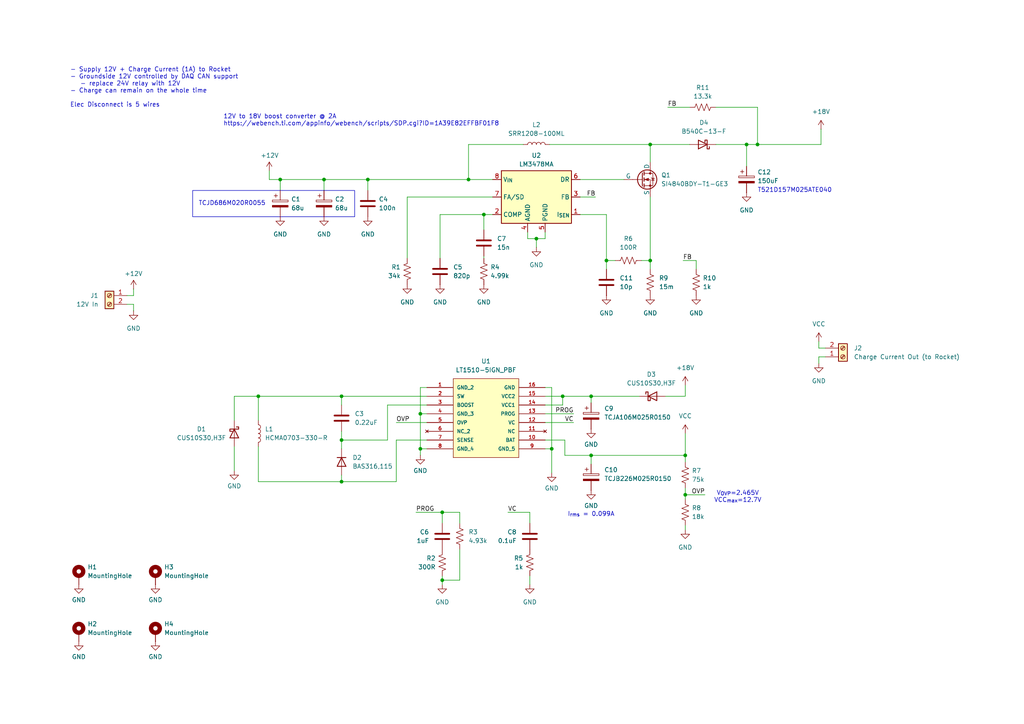
<source format=kicad_sch>
(kicad_sch (version 20231120) (generator "eeschema") (generator_version "8.0")
  (paper "A4")
  (lib_symbols
    (symbol "Connector:Screw_Terminal_01x02" (pin_names (offset 1.016) hide)
      (property "Reference" "J" (at 0 2.54 0))
      (property "Value" "Screw_Terminal_01x02" (at 0 -5.08 0))
      (symbol "Screw_Terminal_01x02_1_1"
        (rectangle (start -1.27 1.27) (end 1.27 -3.81) (stroke (width 0.254)) (fill (type background)))
        (circle (center 0 -2.54) (radius 0.635) (stroke (width 0.1524)))
        (polyline (pts (xy -0.5334 -2.2098) (xy 0.3302 -3.048)) (stroke (width 0.1524)))
        (polyline (pts (xy -0.5334 0.3302) (xy 0.3302 -0.508)) (stroke (width 0.1524)))
        (polyline (pts (xy -0.3556 -2.032) (xy 0.508 -2.8702)) (stroke (width 0.1524)))
        (polyline (pts (xy -0.3556 0.508) (xy 0.508 -0.3302)) (stroke (width 0.1524)))
        (circle (center 0 0) (radius 0.635) (stroke (width 0.1524)))
        (pin passive line (at -5.08 0 0) (length 3.81) (name "Pin_1") (number "1"))
        (pin passive line (at -5.08 -2.54 0) (length 3.81) (name "Pin_2") (number "2"))
      )
    )
    (symbol "Device:C" (pin_numbers hide) (pin_names (offset 0.254))
      (property "Reference" "C" (at 0.635 2.54 0))
      (property "Value" "C" (at 0.635 -2.54 0))
      (symbol "C_0_1"
        (polyline (pts (xy -2.032 -0.762) (xy 2.032 -0.762)) (stroke (width 0.508)))
        (polyline (pts (xy -2.032 0.762) (xy 2.032 0.762)) (stroke (width 0.508)))
      )
      (symbol "C_1_1"
        (pin passive line (at 0 3.81 270) (length 2.794) (name "~") (number "1"))
        (pin passive line (at 0 -3.81 90) (length 2.794) (name "~") (number "2"))
      )
    )
    (symbol "Device:C_Polarized" (pin_numbers hide) (pin_names (offset 0.254))
      (property "Reference" "C" (at 0.635 2.54 0))
      (property "Value" "C_Polarized" (at 0.635 -2.54 0))
      (symbol "C_Polarized_0_1"
        (rectangle (start -2.286 0.508) (end 2.286 1.016))
        (polyline (pts (xy -1.778 2.286) (xy -0.762 2.286)))
        (polyline (pts (xy -1.27 2.794) (xy -1.27 1.778)))
        (rectangle (start 2.286 -0.508) (end -2.286 -1.016) (fill (type outline)))
      )
      (symbol "C_Polarized_1_1"
        (pin passive line (at 0 3.81 270) (length 2.794) (name "~") (number "1"))
        (pin passive line (at 0 -3.81 90) (length 2.794) (name "~") (number "2"))
      )
    )
    (symbol "Device:D" (pin_numbers hide) (pin_names (offset 1.016) hide)
      (property "Reference" "D" (at 0 2.54 0))
      (property "Value" "D" (at 0 -2.54 0))
      (symbol "D_0_1"
        (polyline (pts (xy -1.27 1.27) (xy -1.27 -1.27)) (stroke (width 0.254)))
        (polyline (pts (xy 1.27 0) (xy -1.27 0)))
        (polyline (pts (xy 1.27 1.27) (xy 1.27 -1.27) (xy -1.27 0) (xy 1.27 1.27)) (stroke (width 0.254)))
      )
      (symbol "D_1_1"
        (pin passive line (at -3.81 0 0) (length 2.54) (name "K") (number "1"))
        (pin passive line (at 3.81 0 180) (length 2.54) (name "A") (number "2"))
      )
    )
    (symbol "Device:D_Schottky" (pin_numbers hide) (pin_names (offset 1.016) hide)
      (property "Reference" "D" (at 0 2.54 0))
      (property "Value" "D_Schottky" (at 0 -2.54 0))
      (symbol "D_Schottky_0_1"
        (polyline (pts (xy 1.27 0) (xy -1.27 0)))
        (polyline (pts (xy 1.27 1.27) (xy 1.27 -1.27) (xy -1.27 0) (xy 1.27 1.27)) (stroke (width 0.254)))
        (polyline (pts (xy -1.905 0.635) (xy -1.905 1.27) (xy -1.27 1.27) (xy -1.27 -1.27) (xy -0.635 -1.27) (xy -0.635 -0.635)) (stroke (width 0.254)))
      )
      (symbol "D_Schottky_1_1"
        (pin passive line (at -3.81 0 0) (length 2.54) (name "K") (number "1"))
        (pin passive line (at 3.81 0 180) (length 2.54) (name "A") (number "2"))
      )
    )
    (symbol "Device:L" (pin_numbers hide) (pin_names (offset 1.016) hide)
      (property "Reference" "L" (at -1.27 0 90))
      (property "Value" "L" (at 1.905 0 90))
      (symbol "L_0_1"
        (arc (start 0 -2.54) (mid 0.6323 -1.905) (end 0 -1.27))
        (arc (start 0 -1.27) (mid 0.6323 -0.635) (end 0 0))
        (arc (start 0 0) (mid 0.6323 0.635) (end 0 1.27))
        (arc (start 0 1.27) (mid 0.6323 1.905) (end 0 2.54))
      )
      (symbol "L_1_1"
        (pin passive line (at 0 3.81 270) (length 1.27) (name "1") (number "1"))
        (pin passive line (at 0 -3.81 90) (length 1.27) (name "2") (number "2"))
      )
    )
    (symbol "Device:R_US" (pin_numbers hide) (pin_names (offset 0))
      (property "Reference" "R" (at 2.54 0 90))
      (property "Value" "R_US" (at -2.54 0 90))
      (symbol "R_US_0_1"
        (polyline (pts (xy 0 -2.286) (xy 0 -2.54)))
        (polyline (pts (xy 0 2.286) (xy 0 2.54)))
        (polyline (pts (xy 0 -0.762) (xy 1.016 -1.143) (xy 0 -1.524) (xy -1.016 -1.905) (xy 0 -2.286)))
        (polyline (pts (xy 0 0.762) (xy 1.016 0.381) (xy 0 0) (xy -1.016 -0.381) (xy 0 -0.762)))
        (polyline (pts (xy 0 2.286) (xy 1.016 1.905) (xy 0 1.524) (xy -1.016 1.143) (xy 0 0.762)))
      )
      (symbol "R_US_1_1"
        (pin passive line (at 0 3.81 270) (length 1.27) (name "~") (number "1"))
        (pin passive line (at 0 -3.81 90) (length 1.27) (name "~") (number "2"))
      )
    )
    (symbol "Mechanical:MountingHole_Pad" (pin_numbers hide) (pin_names (offset 1.016) hide) (exclude_from_sim yes) (in_bom no)
      (property "Reference" "H" (at 0 6.35 0))
      (property "Value" "MountingHole_Pad" (at 0 4.445 0))
      (symbol "MountingHole_Pad_0_1"
        (circle (center 0 1.27) (radius 1.27) (stroke (width 1.27)))
      )
      (symbol "MountingHole_Pad_1_1"
        (pin input line (at 0 -2.54 90) (length 2.54) (name "1") (number "1"))
      )
    )
    (symbol "Regulator_Controller:LM3478MA"
      (property "Reference" "U" (at -9.525 8.89 0))
      (property "Value" "LM3478MA" (at 5.08 8.89 0))
      (symbol "LM3478MA_0_1"
        (rectangle (start -10.16 7.62) (end 10.16 -7.62) (stroke (width 0.254)) (fill (type background)))
      )
      (symbol "LM3478MA_1_1"
        (pin input line (at 12.7 -5.08 180) (length 2.54) (name "I_{SEN}") (number "1"))
        (pin input line (at -12.7 -5.08 0) (length 2.54) (name "COMP") (number "2"))
        (pin input line (at 12.7 0 180) (length 2.54) (name "FB") (number "3"))
        (pin power_in line (at -2.54 -10.16 90) (length 2.54) (name "AGND") (number "4"))
        (pin power_in line (at 2.54 -10.16 90) (length 2.54) (name "PGND") (number "5"))
        (pin output line (at 12.7 5.08 180) (length 2.54) (name "DR") (number "6"))
        (pin input line (at -12.7 0 0) (length 2.54) (name "FA/SD") (number "7"))
        (pin power_in line (at -12.7 5.08 0) (length 2.54) (name "V_{IN}") (number "8"))
      )
    )
    (symbol "Simulation_SPICE:NMOS" (pin_numbers hide) (pin_names (offset 0))
      (property "Reference" "Q" (at 5.08 1.27 0))
      (property "Value" "NMOS" (at 5.08 -1.27 0))
      (symbol "NMOS_0_1"
        (polyline (pts (xy 0.254 0) (xy -2.54 0)))
        (polyline (pts (xy 0.254 1.905) (xy 0.254 -1.905)) (stroke (width 0.254)))
        (polyline (pts (xy 0.762 -1.27) (xy 0.762 -2.286)) (stroke (width 0.254)))
        (polyline (pts (xy 0.762 0.508) (xy 0.762 -0.508)) (stroke (width 0.254)))
        (polyline (pts (xy 0.762 2.286) (xy 0.762 1.27)) (stroke (width 0.254)))
        (polyline (pts (xy 2.54 2.54) (xy 2.54 1.778)))
        (polyline (pts (xy 2.54 -2.54) (xy 2.54 0) (xy 0.762 0)))
        (polyline (pts (xy 0.762 -1.778) (xy 3.302 -1.778) (xy 3.302 1.778) (xy 0.762 1.778)))
        (polyline (pts (xy 1.016 0) (xy 2.032 0.381) (xy 2.032 -0.381) (xy 1.016 0)) (fill (type outline)))
        (polyline (pts (xy 2.794 0.508) (xy 2.921 0.381) (xy 3.683 0.381) (xy 3.81 0.254)))
        (polyline (pts (xy 3.302 0.381) (xy 2.921 -0.254) (xy 3.683 -0.254) (xy 3.302 0.381)))
        (circle (center 1.651 0) (radius 2.794) (stroke (width 0.254)))
        (circle (center 2.54 -1.778) (radius 0.254) (fill (type outline)))
        (circle (center 2.54 1.778) (radius 0.254) (fill (type outline)))
      )
      (symbol "NMOS_1_1"
        (pin passive line (at 2.54 5.08 270) (length 2.54) (name "D") (number "1"))
        (pin input line (at -5.08 0 0) (length 2.54) (name "G") (number "2"))
        (pin passive line (at 2.54 -5.08 90) (length 2.54) (name "S") (number "3"))
      )
    )
    (symbol "groundside-charging:LT1510-5IGN_PBF" (pin_names (offset 1.016))
      (property "Reference" "U" (at -1.524 10.16 0))
      (property "Value" "LT1510-5IGN_PBF" (at -8.89 7.62 0))
      (symbol "LT1510-5IGN_PBF_0_0"
        (rectangle (start -10.16 3.81) (end 8.89 -19.05) (stroke (width 0.1524)) (fill (type background)))
        (pin power_in line (at -17.78 1.27 0) (length 7.62) (name "GND_2") (number "1"))
        (pin input line (at 16.51 -13.97 180) (length 7.62) (name "BAT") (number "10"))
        (pin no_connect line (at 16.51 -11.43 180) (length 7.62) (name "NC") (number "11"))
        (pin passive line (at 16.51 -8.89 180) (length 7.62) (name "VC") (number "12"))
        (pin passive line (at 16.51 -6.35 180) (length 7.62) (name "PROG") (number "13"))
        (pin power_in line (at 16.51 -3.81 180) (length 7.62) (name "VCC1") (number "14"))
        (pin power_in line (at 16.51 -1.27 180) (length 7.62) (name "VCC2") (number "15"))
        (pin power_in line (at 16.51 1.27 180) (length 7.62) (name "GND") (number "16"))
        (pin output line (at -17.78 -1.27 0) (length 7.62) (name "SW") (number "2"))
        (pin passive line (at -17.78 -3.81 0) (length 7.62) (name "BOOST") (number "3"))
        (pin power_in line (at -17.78 -6.35 0) (length 7.62) (name "GND_3") (number "4"))
        (pin input line (at -17.78 -8.89 0) (length 7.62) (name "OVP") (number "5"))
        (pin no_connect line (at -17.78 -11.43 0) (length 7.62) (name "NC_2") (number "6"))
        (pin input line (at -17.78 -13.97 0) (length 7.62) (name "SENSE") (number "7"))
        (pin power_in line (at -17.78 -16.51 0) (length 7.62) (name "GND_4") (number "8"))
        (pin power_in line (at 16.51 -16.51 180) (length 7.62) (name "GND_5") (number "9"))
      )
    )
    (symbol "power:+12V" (power) (pin_numbers hide) (pin_names (offset 0) hide)
      (property "Value" "+12V" (at 0 3.556 0))
      (symbol "+12V_0_1"
        (polyline (pts (xy -0.762 1.27) (xy 0 2.54)))
        (polyline (pts (xy 0 0) (xy 0 2.54)))
        (polyline (pts (xy 0 2.54) (xy 0.762 1.27)))
      )
      (symbol "+12V_1_1"
        (pin power_in line (at 0 0 90) (length 0) (name "~") (number "1"))
      )
    )
    (symbol "power:+15V" (power) (pin_numbers hide) (pin_names (offset 0) hide)
      (property "Value" "+15V" (at 0 3.556 0))
      (symbol "+15V_0_1"
        (polyline (pts (xy -0.762 1.27) (xy 0 2.54)))
        (polyline (pts (xy 0 0) (xy 0 2.54)))
        (polyline (pts (xy 0 2.54) (xy 0.762 1.27)))
      )
      (symbol "+15V_1_1"
        (pin power_in line (at 0 0 90) (length 0) (name "~") (number "1"))
      )
    )
    (symbol "power:GND" (power) (pin_numbers hide) (pin_names (offset 0) hide)
      (property "Value" "GND" (at 0 -3.81 0))
      (symbol "GND_0_1"
        (polyline (pts (xy 0 0) (xy 0 -1.27) (xy 1.27 -1.27) (xy 0 -2.54) (xy -1.27 -1.27) (xy 0 -1.27)))
      )
      (symbol "GND_1_1"
        (pin power_in line (at 0 0 270) (length 0) (name "~") (number "1"))
      )
    )
    (symbol "power:VCC" (power) (pin_numbers hide) (pin_names (offset 0) hide)
      (property "Value" "VCC" (at 0 3.556 0))
      (symbol "VCC_0_1"
        (polyline (pts (xy -0.762 1.27) (xy 0 2.54)))
        (polyline (pts (xy 0 0) (xy 0 2.54)))
        (polyline (pts (xy 0 2.54) (xy 0.762 1.27)))
      )
      (symbol "VCC_1_1"
        (pin power_in line (at 0 0 90) (length 0) (name "~") (number "1"))
      )
    )
  )
  (junction (at 99.06 127.635))
  (junction (at 99.06 139.7))
  (junction (at 188.595 75.565))
  (junction (at 198.755 143.51))
  (junction (at 99.06 114.935))
  (junction (at 128.27 148.59))
  (junction (at 163.195 114.935))
  (junction (at 171.45 114.935))
  (junction (at 128.27 168.275))
  (junction (at 155.575 69.215))
  (junction (at 81.28 52.07))
  (junction (at 188.595 41.91))
  (junction (at 121.92 130.175))
  (junction (at 216.535 41.91))
  (junction (at 171.45 132.08))
  (junction (at 140.335 62.23))
  (junction (at 121.92 120.015))
  (junction (at 74.93 114.935))
  (junction (at 106.68 52.07))
  (junction (at 198.755 132.08))
  (junction (at 175.895 75.565))
  (junction (at 160.02 130.175))
  (junction (at 219.71 41.91))
  (junction (at 135.89 52.07))
  (junction (at 93.98 52.07))
  (wire (pts (xy 163.195 114.935) (xy 171.45 114.935)))
  (wire (pts (xy 121.92 112.395) (xy 121.92 120.015)))
  (wire (pts (xy 74.93 114.935) (xy 67.945 114.935)))
  (wire (pts (xy 158.115 120.015) (xy 166.37 120.015)))
  (wire (pts (xy 99.06 139.7) (xy 114.935 139.7)))
  (wire (pts (xy 163.83 127.635) (xy 158.115 127.635)))
  (wire (pts (xy 237.49 103.505) (xy 237.49 105.41)))
  (wire (pts (xy 158.115 122.555) (xy 166.37 122.555)))
  (wire (pts (xy 219.71 31.115) (xy 219.71 41.91)))
  (wire (pts (xy 188.595 57.15) (xy 188.595 75.565)))
  (wire (pts (xy 99.06 114.935) (xy 123.825 114.935)))
  (wire (pts (xy 175.895 75.565) (xy 175.895 78.105)))
  (wire (pts (xy 188.595 41.91) (xy 188.595 46.99)))
  (wire (pts (xy 114.935 122.555) (xy 123.825 122.555)))
  (wire (pts (xy 171.45 132.08) (xy 171.45 134.62)))
  (wire (pts (xy 147.32 148.59) (xy 153.67 148.59)))
  (wire (pts (xy 158.115 69.215) (xy 155.575 69.215)))
  (wire (pts (xy 142.875 57.15) (xy 118.11 57.15)))
  (wire (pts (xy 198.755 132.08) (xy 198.755 133.985)))
  (wire (pts (xy 127.635 62.23) (xy 140.335 62.23)))
  (wire (pts (xy 67.945 129.54) (xy 67.945 136.525)))
  (wire (pts (xy 168.275 52.07) (xy 180.975 52.07)))
  (wire (pts (xy 112.395 127.635) (xy 112.395 117.475)))
  (wire (pts (xy 128.27 148.59) (xy 128.27 151.765)))
  (wire (pts (xy 201.93 78.105) (xy 201.93 75.565)))
  (wire (pts (xy 163.83 127.635) (xy 163.83 132.08)))
  (wire (pts (xy 99.06 114.935) (xy 99.06 117.475)))
  (wire (pts (xy 163.195 114.935) (xy 163.195 117.475)))
  (wire (pts (xy 74.93 129.54) (xy 74.93 139.7)))
  (wire (pts (xy 123.825 112.395) (xy 121.92 112.395)))
  (wire (pts (xy 127.635 74.93) (xy 127.635 62.23)))
  (wire (pts (xy 207.645 31.115) (xy 219.71 31.115)))
  (wire (pts (xy 99.06 137.795) (xy 99.06 139.7)))
  (wire (pts (xy 237.49 99.06) (xy 237.49 100.965)))
  (wire (pts (xy 133.35 148.59) (xy 133.35 151.765)))
  (wire (pts (xy 81.28 52.07) (xy 81.28 55.245)))
  (wire (pts (xy 188.595 75.565) (xy 188.595 78.105)))
  (wire (pts (xy 198.755 143.51) (xy 204.47 143.51)))
  (wire (pts (xy 238.125 37.465) (xy 238.125 41.91)))
  (wire (pts (xy 121.92 120.015) (xy 123.825 120.015)))
  (wire (pts (xy 158.115 112.395) (xy 160.02 112.395)))
  (wire (pts (xy 140.335 62.23) (xy 140.335 66.675)))
  (wire (pts (xy 198.755 111.76) (xy 198.755 114.935)))
  (wire (pts (xy 118.11 57.15) (xy 118.11 74.93)))
  (wire (pts (xy 36.83 85.725) (xy 38.735 85.725)))
  (wire (pts (xy 78.105 49.53) (xy 78.105 52.07)))
  (wire (pts (xy 160.02 130.175) (xy 160.02 137.16)))
  (wire (pts (xy 114.935 127.635) (xy 123.825 127.635)))
  (wire (pts (xy 153.67 148.59) (xy 153.67 151.765)))
  (wire (pts (xy 198.755 143.51) (xy 198.755 144.78)))
  (wire (pts (xy 120.65 148.59) (xy 128.27 148.59)))
  (wire (pts (xy 128.27 168.275) (xy 128.27 169.545)))
  (wire (pts (xy 219.71 41.91) (xy 238.125 41.91)))
  (wire (pts (xy 112.395 117.475) (xy 123.825 117.475)))
  (wire (pts (xy 121.92 120.015) (xy 121.92 130.175)))
  (wire (pts (xy 158.115 114.935) (xy 163.195 114.935)))
  (wire (pts (xy 198.12 75.565) (xy 201.93 75.565)))
  (wire (pts (xy 135.89 52.07) (xy 142.875 52.07)))
  (wire (pts (xy 153.035 67.31) (xy 153.035 69.215)))
  (wire (pts (xy 114.935 127.635) (xy 114.935 139.7)))
  (wire (pts (xy 128.27 167.005) (xy 128.27 168.275)))
  (wire (pts (xy 193.04 114.935) (xy 198.755 114.935)))
  (wire (pts (xy 99.06 125.095) (xy 99.06 127.635)))
  (wire (pts (xy 78.105 52.07) (xy 81.28 52.07)))
  (wire (pts (xy 160.02 112.395) (xy 160.02 130.175)))
  (wire (pts (xy 135.89 41.91) (xy 135.89 52.07)))
  (wire (pts (xy 38.735 83.82) (xy 38.735 85.725)))
  (wire (pts (xy 198.755 141.605) (xy 198.755 143.51)))
  (wire (pts (xy 239.395 103.505) (xy 237.49 103.505)))
  (wire (pts (xy 93.98 52.07) (xy 93.98 55.245)))
  (wire (pts (xy 207.645 41.91) (xy 216.535 41.91)))
  (wire (pts (xy 175.895 62.23) (xy 175.895 75.565)))
  (wire (pts (xy 198.755 125.73) (xy 198.755 132.08)))
  (wire (pts (xy 106.68 52.07) (xy 106.68 55.245)))
  (wire (pts (xy 178.435 75.565) (xy 175.895 75.565)))
  (wire (pts (xy 171.45 114.935) (xy 185.42 114.935)))
  (wire (pts (xy 188.595 75.565) (xy 186.055 75.565)))
  (wire (pts (xy 158.115 67.31) (xy 158.115 69.215)))
  (wire (pts (xy 93.98 52.07) (xy 106.68 52.07)))
  (wire (pts (xy 153.035 69.215) (xy 155.575 69.215)))
  (wire (pts (xy 216.535 41.91) (xy 216.535 48.26)))
  (wire (pts (xy 158.115 130.175) (xy 160.02 130.175)))
  (wire (pts (xy 93.98 52.07) (xy 81.28 52.07)))
  (wire (pts (xy 74.93 114.935) (xy 74.93 121.92)))
  (wire (pts (xy 198.755 152.4) (xy 198.755 153.67)))
  (wire (pts (xy 171.45 114.935) (xy 171.45 116.84)))
  (wire (pts (xy 123.825 130.175) (xy 121.92 130.175)))
  (wire (pts (xy 237.49 100.965) (xy 239.395 100.965)))
  (wire (pts (xy 140.335 74.295) (xy 140.335 74.93)))
  (wire (pts (xy 163.83 132.08) (xy 171.45 132.08)))
  (wire (pts (xy 193.675 31.115) (xy 200.025 31.115)))
  (wire (pts (xy 67.945 114.935) (xy 67.945 121.92)))
  (wire (pts (xy 219.71 41.91) (xy 216.535 41.91)))
  (wire (pts (xy 74.93 139.7) (xy 99.06 139.7)))
  (wire (pts (xy 99.06 127.635) (xy 99.06 130.175)))
  (wire (pts (xy 168.275 62.23) (xy 175.895 62.23)))
  (wire (pts (xy 106.68 52.07) (xy 135.89 52.07)))
  (wire (pts (xy 163.195 117.475) (xy 158.115 117.475)))
  (wire (pts (xy 121.92 130.175) (xy 121.92 132.08)))
  (wire (pts (xy 133.35 159.385) (xy 133.35 168.275)))
  (wire (pts (xy 168.275 57.15) (xy 172.72 57.15)))
  (wire (pts (xy 153.67 167.005) (xy 153.67 169.545)))
  (wire (pts (xy 198.755 132.08) (xy 171.45 132.08)))
  (wire (pts (xy 155.575 69.215) (xy 155.575 71.755)))
  (wire (pts (xy 74.93 114.935) (xy 99.06 114.935)))
  (wire (pts (xy 99.06 127.635) (xy 112.395 127.635)))
  (wire (pts (xy 200.025 41.91) (xy 188.595 41.91)))
  (wire (pts (xy 133.35 168.275) (xy 128.27 168.275)))
  (wire (pts (xy 151.765 41.91) (xy 135.89 41.91)))
  (wire (pts (xy 128.27 148.59) (xy 133.35 148.59)))
  (wire (pts (xy 159.385 41.91) (xy 188.595 41.91)))
  (wire (pts (xy 38.735 88.265) (xy 38.735 90.17)))
  (wire (pts (xy 38.735 88.265) (xy 36.83 88.265)))
  (wire (pts (xy 142.875 62.23) (xy 140.335 62.23)))
  (rectangle (start 55.88 55.245) (end 102.87 62.865))
  (text "TCJD686M020R0055" (at 67.31 59.055 0) (effects (font (size 1.27 1.27))))
  (text "T521D157M025ATE040" (at 219.71 55.245 0) (effects (font (size 1.27 1.27)) (justify left)))
  (text "12V to 18V boost converter @ 2A\nhttps://webench.ti.com/appinfo/webench/scripts/SDP.cgi?ID=1A39E82EFFBF01F8" (at 64.77 34.925 0) (effects (font (size 1.27 1.27)) (justify left)))
  (text "V_{OVP}=2.465V\nVCC_{max}=12.7V" (at 213.995 144.145 0) (effects (font (size 1.27 1.27))))
  (text "- Supply 12V + Charge Current (1A) to Rocket\n- Groundside 12V controlled by DAQ CAN support\n   - replace 24V relay with 12V\n- Charge can remain on the whole time\n\nElec Disconnect is 5 wires" (at 20.32 25.4 0) (effects (font (size 1.27 1.27)) (justify left)))
  (text "I_{rms} = 0.099A" (at 171.45 149.225 0) (effects (font (size 1.27 1.27))))
  (label "PROG" (at 120.65 148.59 0))
  (label "FB" (at 193.675 31.115 0))
  (label "OVP" (at 204.47 143.51 180))
  (label "PROG" (at 166.37 120.015 180))
  (label "VC" (at 147.32 148.59 0))
  (label "FB" (at 198.12 75.565 0))
  (label "FB" (at 172.72 57.15 180))
  (label "VC" (at 166.37 122.555 180))
  (label "OVP" (at 114.935 122.555 0))
  (symbol (lib_id "Device:C") (at 140.335 70.485 0) (unit 1)
    (property "Reference" "C7" (at 144.145 69.2149 0) (effects (justify left)))
    (property "Value" "15n" (at 144.145 71.7549 0) (effects (justify left)))
    (property "Footprint" "Capacitor_SMD:C_0805_2012Metric_Pad1.18x1.45mm_HandSolder" (effects (hide yes)))
    (property "Description" "Unpolarized capacitor" (effects (hide yes)))
  )
  (symbol (lib_id "power:GND") (at 201.93 85.725 0) (unit 1)
    (property "Reference" "#PWR27" (effects (hide yes)))
    (property "Value" "GND" (at 201.93 90.805 0))
    (property "Description" "Power symbol creates a global label with name \"GND\" , ground" (effects (hide yes)))
  )
  (symbol (lib_id "power:GND") (at 198.755 153.67 0) (unit 1)
    (property "Reference" "#PWR24" (effects (hide yes)))
    (property "Value" "GND" (at 198.755 158.75 0))
    (property "Description" "Power symbol creates a global label with name \"GND\" , ground" (effects (hide yes)))
  )
  (symbol (lib_id "Device:L") (at 155.575 41.91 90) (unit 1)
    (property "Reference" "L2" (at 155.575 36.195 90))
    (property "Value" "SRR1208-100ML" (at 155.575 38.735 90))
    (property "Footprint" "groundside-charging:IND_BOURNS_SRR1208" (effects (hide yes)))
    (property "Datasheet" "https://www.bourns.com/docs/Product-Datasheets/SRR1208.pdf" (effects (hide yes)))
    (property "Description" "Inductor" (effects (hide yes)))
  )
  (symbol (lib_id "power:GND") (at 171.45 124.46 0) (mirror y) (unit 1)
    (property "Reference" "#PWR20" (effects (hide yes)))
    (property "Value" "GND" (at 171.45 128.905 0))
    (property "Description" "Power symbol creates a global label with name \"GND\" , ground" (effects (hide yes)))
  )
  (symbol (lib_id "power:GND") (at 237.49 105.41 0) (unit 1)
    (property "Reference" "#PWR30" (effects (hide yes)))
    (property "Value" "GND" (at 237.49 110.49 0))
    (property "Description" "Power symbol creates a global label with name \"GND\" , ground" (effects (hide yes)))
  )
  (symbol (lib_id "Device:C_Polarized") (at 171.45 120.65 0) (unit 1)
    (property "Reference" "C9" (at 175.26 118.4909 0) (effects (justify left)))
    (property "Value" "TCJA106M025R0150" (at 175.26 121.0309 0) (effects (justify left)))
    (property "Footprint" "groundside-charging:CAPPM3216X180N" (effects (hide yes)))
    (property "Description" "Polarized capacitor" (effects (hide yes)))
  )
  (symbol (lib_id "Device:C") (at 153.67 155.575 0) (mirror y) (unit 1)
    (property "Reference" "C8" (at 149.86 154.3049 0) (effects (justify left)))
    (property "Value" "0.1uF" (at 149.86 156.8449 0) (effects (justify left)))
    (property "Footprint" "Capacitor_SMD:C_0805_2012Metric_Pad1.18x1.45mm_HandSolder" (effects (hide yes)))
    (property "Description" "Unpolarized capacitor" (effects (hide yes)))
  )
  (symbol (lib_id "Device:R_US") (at 118.11 78.74 0) (mirror y) (unit 1)
    (property "Reference" "R1" (at 116.205 77.4699 0) (effects (justify left)))
    (property "Value" "34k" (at 116.205 80.0099 0) (effects (justify left)))
    (property "Footprint" "Resistor_SMD:R_0805_2012Metric_Pad1.20x1.40mm_HandSolder" (effects (hide yes)))
    (property "Description" "Resistor, US symbol" (effects (hide yes)))
  )
  (symbol (lib_id "Device:R_US") (at 203.835 31.115 90) (unit 1)
    (property "Reference" "R11" (at 203.835 25.4 90))
    (property "Value" "13.3k" (at 203.835 27.94 90))
    (property "Footprint" "Resistor_SMD:R_0805_2012Metric_Pad1.20x1.40mm_HandSolder" (effects (hide yes)))
    (property "Description" "Resistor, US symbol" (effects (hide yes)))
  )
  (symbol (lib_id "power:+15V") (at 198.755 111.76 0) (unit 1)
    (property "Reference" "#PWR26" (effects (hide yes)))
    (property "Value" "+18V" (at 198.755 106.68 0))
    (property "Description" "Power symbol creates a global label with name \"+15V\"" (effects (hide yes)))
  )
  (symbol (lib_id "Device:C") (at 106.68 59.055 0) (unit 1)
    (property "Reference" "C4" (at 109.855 57.7849 0) (effects (justify left)))
    (property "Value" "100n" (at 109.855 60.3249 0) (effects (justify left)))
    (property "Footprint" "Capacitor_SMD:C_0805_2012Metric_Pad1.18x1.45mm_HandSolder" (effects (hide yes)))
    (property "Description" "Unpolarized capacitor" (effects (hide yes)))
  )
  (symbol (lib_id "Simulation_SPICE:NMOS") (at 186.055 52.07 0) (unit 1)
    (property "Reference" "Q1" (at 191.77 50.7999 0) (effects (justify left)))
    (property "Value" "SI4840BDY-T1-GE3" (at 191.77 53.3399 0) (effects (justify left)))
    (property "Footprint" "groundside-charging:SI4840BDY-T1-GE3" (effects (hide yes)))
    (property "Datasheet" "https://www.vishay.com/docs/69795/si4840bdy.pdf" (effects (hide yes)))
    (property "Description" "N-MOSFET transistor, drain/source/gate" (effects (hide yes)))
    (property "Sim.Device" "NMOS" (effects (hide yes)))
    (property "Sim.Type" "VDMOS" (effects (hide yes)))
    (property "Sim.Pins" "1=D 2=G 3=S" (effects (hide yes)))
  )
  (symbol (lib_id "power:+15V") (at 238.125 37.465 0) (unit 1)
    (property "Reference" "#PWR31" (effects (hide yes)))
    (property "Value" "+18V" (at 238.125 32.385 0))
    (property "Description" "Power symbol creates a global label with name \"+15V\"" (effects (hide yes)))
  )
  (symbol (lib_id "Connector:Screw_Terminal_01x02") (at 31.75 85.725 0) (mirror y) (unit 1)
    (property "Reference" "J1" (at 28.575 85.725 0) (effects (justify left)))
    (property "Value" "12V In" (at 28.575 88.265 0) (effects (justify left)))
    (property "Footprint" "TerminalBlock_Phoenix:TerminalBlock_Phoenix_PT-1,5-2-5.0-H_1x02_P5.00mm_Horizontal" (effects (hide yes)))
    (property "Description" "Generic screw terminal, single row, 01x02, script generated (kicad-library-utils/schlib/autogen/connector/)" (effects (hide yes)))
  )
  (symbol (lib_id "power:GND") (at 153.67 169.545 0) (unit 1)
    (property "Reference" "#PWR17" (effects (hide yes)))
    (property "Value" "GND" (at 153.67 174.625 0))
    (property "Description" "Power symbol creates a global label with name \"GND\" , ground" (effects (hide yes)))
  )
  (symbol (lib_id "power:GND") (at 22.86 186.055 0) (unit 1)
    (property "Reference" "#PWR2" (effects (hide yes)))
    (property "Value" "GND" (at 22.86 190.5 0))
    (property "Description" "Power symbol creates a global label with name \"GND\" , ground" (effects (hide yes)))
  )
  (symbol (lib_id "Device:D_Schottky") (at 189.23 114.935 0) (unit 1)
    (property "Reference" "D3" (at 188.9125 108.585 0))
    (property "Value" "CUS10S30,H3F" (at 188.9125 111.125 0))
    (property "Footprint" "Diode_SMD:D_SOD-323_HandSoldering" (effects (hide yes)))
    (property "Datasheet" "https://toshiba.semicon-storage.com/info/CUS10S30_datasheet_en_20140407.pdf?did=14077&prodName=CUS10S30" (effects (hide yes)))
    (property "Description" "Schottky diode" (effects (hide yes)))
  )
  (symbol (lib_id "power:VCC") (at 237.49 99.06 0) (unit 1)
    (property "Reference" "#PWR29" (effects (hide yes)))
    (property "Value" "VCC" (at 237.49 93.98 0))
    (property "Description" "Power symbol creates a global label with name \"VCC\"" (effects (hide yes)))
  )
  (symbol (lib_id "Device:R_US") (at 133.35 155.575 0) (unit 1)
    (property "Reference" "R3" (at 135.89 154.3049 0) (effects (justify left)))
    (property "Value" "4.93k" (at 135.89 156.8449 0) (effects (justify left)))
    (property "Footprint" "Resistor_SMD:R_0805_2012Metric_Pad1.20x1.40mm_HandSolder" (effects (hide yes)))
    (property "Description" "Resistor, US symbol" (effects (hide yes)))
  )
  (symbol (lib_id "Device:R_US") (at 153.67 163.195 0) (mirror y) (unit 1)
    (property "Reference" "R5" (at 151.765 161.9249 0) (effects (justify left)))
    (property "Value" "1k" (at 151.765 164.4649 0) (effects (justify left)))
    (property "Footprint" "Resistor_SMD:R_0805_2012Metric_Pad1.20x1.40mm_HandSolder" (effects (hide yes)))
    (property "Description" "Resistor, US symbol" (effects (hide yes)))
  )
  (symbol (lib_id "power:GND") (at 38.735 90.17 0) (mirror y) (unit 1)
    (property "Reference" "#PWR4" (effects (hide yes)))
    (property "Value" "GND" (at 38.735 95.25 0))
    (property "Description" "Power symbol creates a global label with name \"GND\" , ground" (effects (hide yes)))
  )
  (symbol (lib_id "Device:R_US") (at 182.245 75.565 90) (unit 1)
    (property "Reference" "R6" (at 182.245 69.215 90))
    (property "Value" "100R" (at 182.245 71.755 90))
    (property "Footprint" "Resistor_SMD:R_0805_2012Metric_Pad1.20x1.40mm_HandSolder" (effects (hide yes)))
    (property "Description" "Resistor, US symbol" (effects (hide yes)))
  )
  (symbol (lib_id "power:GND") (at 45.085 169.545 0) (unit 1)
    (property "Reference" "#PWR5" (effects (hide yes)))
    (property "Value" "GND" (at 45.085 173.99 0))
    (property "Description" "Power symbol creates a global label with name \"GND\" , ground" (effects (hide yes)))
  )
  (symbol (lib_id "Device:R_US") (at 188.595 81.915 180) (unit 1)
    (property "Reference" "R9" (at 191.135 80.6449 0) (effects (justify right)))
    (property "Value" "15m" (at 191.135 83.1849 0) (effects (justify right)))
    (property "Footprint" "Resistor_SMD:R_0805_2012Metric_Pad1.20x1.40mm_HandSolder" (effects (hide yes)))
    (property "Description" "Resistor, US symbol" (effects (hide yes)))
  )
  (symbol (lib_id "power:GND") (at 140.335 82.55 0) (unit 1)
    (property "Reference" "#PWR16" (effects (hide yes)))
    (property "Value" "GND" (at 140.335 87.63 0))
    (property "Description" "Power symbol creates a global label with name \"GND\" , ground" (effects (hide yes)))
  )
  (symbol (lib_id "Device:C_Polarized") (at 171.45 138.43 0) (unit 1)
    (property "Reference" "C10" (at 175.26 136.2709 0) (effects (justify left)))
    (property "Value" "TCJB226M025R0150" (at 175.26 138.8109 0) (effects (justify left)))
    (property "Footprint" "groundside-charging:CAPPM7343X310N" (effects (hide yes)))
    (property "Description" "Polarized capacitor" (effects (hide yes)))
  )
  (symbol (lib_id "power:GND") (at 171.45 142.24 0) (mirror y) (unit 1)
    (property "Reference" "#PWR21" (effects (hide yes)))
    (property "Value" "GND" (at 171.45 146.685 0))
    (property "Description" "Power symbol creates a global label with name \"GND\" , ground" (effects (hide yes)))
  )
  (symbol (lib_id "Connector:Screw_Terminal_01x02") (at 244.475 103.505 0) (mirror x) (unit 1)
    (property "Reference" "J2" (at 247.65 100.965 0) (effects (justify left)))
    (property "Value" "Charge Current Out (to Rocket)" (at 247.65 103.505 0) (effects (justify left)))
    (property "Footprint" "TerminalBlock_Phoenix:TerminalBlock_Phoenix_PT-1,5-2-5.0-H_1x02_P5.00mm_Horizontal" (effects (hide yes)))
    (property "Description" "Generic screw terminal, single row, 01x02, script generated (kicad-library-utils/schlib/autogen/connector/)" (effects (hide yes)))
  )
  (symbol (lib_id "Device:L") (at 74.93 125.73 0) (unit 1)
    (property "Reference" "L1" (at 76.835 124.4599 0) (effects (justify left)))
    (property "Value" "HCMA0703-330-R" (at 76.835 126.9999 0) (effects (justify left)))
    (property "Footprint" "groundside-charging:HCMA0703-330-R" (effects (hide yes)))
    (property "Description" "Inductor" (effects (hide yes)))
  )
  (symbol (lib_id "Mechanical:MountingHole_Pad") (at 22.86 183.515 0) (unit 1) (exclude_from_sim yes) (in_bom no)
    (property "Reference" "H2" (at 25.4 180.9749 0) (effects (justify left)))
    (property "Value" "MountingHole" (at 25.4 183.5149 0) (effects (justify left)))
    (property "Footprint" "MountingHole:MountingHole_3.2mm_M3_Pad_Via" (effects (hide yes)))
    (property "Description" "Mounting Hole with connection" (effects (hide yes)))
  )
  (symbol (lib_id "power:+12V") (at 78.105 49.53 0) (unit 1)
    (property "Reference" "#PWR8" (effects (hide yes)))
    (property "Value" "+12V" (at 75.565 45.085 0) (effects (justify left)))
    (property "Description" "Power symbol creates a global label with name \"+12V\"" (effects (hide yes)))
  )
  (symbol (lib_id "Device:C") (at 128.27 155.575 0) (mirror y) (unit 1)
    (property "Reference" "C6" (at 124.46 154.3049 0) (effects (justify left)))
    (property "Value" "1uF" (at 124.46 156.8449 0) (effects (justify left)))
    (property "Footprint" "Capacitor_SMD:C_0805_2012Metric_Pad1.18x1.45mm_HandSolder" (effects (hide yes)))
    (property "Description" "Unpolarized capacitor" (effects (hide yes)))
  )
  (symbol (lib_id "power:GND") (at 175.895 85.725 0) (unit 1)
    (property "Reference" "#PWR22" (effects (hide yes)))
    (property "Value" "GND" (at 175.895 90.805 0))
    (property "Description" "Power symbol creates a global label with name \"GND\" , ground" (effects (hide yes)))
  )
  (symbol (lib_id "power:VCC") (at 198.755 125.73 0) (unit 1)
    (property "Reference" "#PWR23" (effects (hide yes)))
    (property "Value" "VCC" (at 198.755 120.65 0))
    (property "Description" "Power symbol creates a global label with name \"VCC\"" (effects (hide yes)))
  )
  (symbol (lib_id "Device:D_Schottky") (at 67.945 125.73 270) (unit 1)
    (property "Reference" "D1" (at 58.42 124.46 90))
    (property "Value" "CUS10S30,H3F" (at 58.42 127 90))
    (property "Footprint" "Diode_SMD:D_SOD-323_HandSoldering" (effects (hide yes)))
    (property "Datasheet" "https://toshiba.semicon-storage.com/info/CUS10S30_datasheet_en_20140407.pdf?did=14077&prodName=CUS10S30" (effects (hide yes)))
    (property "Description" "Schottky diode" (effects (hide yes)))
  )
  (symbol (lib_id "power:GND") (at 22.86 169.545 0) (unit 1)
    (property "Reference" "#PWR1" (effects (hide yes)))
    (property "Value" "GND" (at 22.86 173.99 0))
    (property "Description" "Power symbol creates a global label with name \"GND\" , ground" (effects (hide yes)))
  )
  (symbol (lib_id "power:+12V") (at 38.735 83.82 0) (unit 1)
    (property "Reference" "#PWR3" (effects (hide yes)))
    (property "Value" "+12V" (at 38.735 79.375 0))
    (property "Description" "Power symbol creates a global label with name \"+12V\"" (effects (hide yes)))
  )
  (symbol (lib_id "power:GND") (at 127.635 82.55 0) (unit 1)
    (property "Reference" "#PWR14" (effects (hide yes)))
    (property "Value" "GND" (at 127.635 87.63 0))
    (property "Description" "Power symbol creates a global label with name \"GND\" , ground" (effects (hide yes)))
  )
  (symbol (lib_id "Device:R_US") (at 198.755 148.59 0) (unit 1)
    (property "Reference" "R8" (at 200.66 147.3199 0) (effects (justify left)))
    (property "Value" "18k" (at 200.66 149.8599 0) (effects (justify left)))
    (property "Footprint" "Resistor_SMD:R_0805_2012Metric_Pad1.20x1.40mm_HandSolder" (effects (hide yes)))
    (property "Description" "Resistor, US symbol" (effects (hide yes)))
  )
  (symbol (lib_id "power:GND") (at 45.085 186.055 0) (unit 1)
    (property "Reference" "#PWR6" (effects (hide yes)))
    (property "Value" "GND" (at 45.085 190.5 0))
    (property "Description" "Power symbol creates a global label with name \"GND\" , ground" (effects (hide yes)))
  )
  (symbol (lib_id "Device:C") (at 99.06 121.285 0) (unit 1)
    (property "Reference" "C3" (at 102.87 120.0149 0) (effects (justify left)))
    (property "Value" "0.22uF" (at 102.87 122.5549 0) (effects (justify left)))
    (property "Footprint" "Capacitor_SMD:C_0805_2012Metric_Pad1.18x1.45mm_HandSolder" (effects (hide yes)))
    (property "Description" "Unpolarized capacitor" (effects (hide yes)))
  )
  (symbol (lib_id "power:GND") (at 121.92 132.08 0) (unit 1)
    (property "Reference" "#PWR13" (effects (hide yes)))
    (property "Value" "GND" (at 121.92 136.525 0))
    (property "Description" "Power symbol creates a global label with name \"GND\" , ground" (effects (hide yes)))
  )
  (symbol (lib_id "power:GND") (at 118.11 82.55 0) (unit 1)
    (property "Reference" "#PWR12" (effects (hide yes)))
    (property "Value" "GND" (at 118.11 87.63 0))
    (property "Description" "Power symbol creates a global label with name \"GND\" , ground" (effects (hide yes)))
  )
  (symbol (lib_id "power:GND") (at 188.595 85.725 0) (unit 1)
    (property "Reference" "#PWR25" (effects (hide yes)))
    (property "Value" "GND" (at 188.595 90.805 0))
    (property "Description" "Power symbol creates a global label with name \"GND\" , ground" (effects (hide yes)))
  )
  (symbol (lib_id "Device:C") (at 127.635 78.74 0) (unit 1)
    (property "Reference" "C5" (at 131.445 77.4699 0) (effects (justify left)))
    (property "Value" "820p" (at 131.445 80.0099 0) (effects (justify left)))
    (property "Footprint" "Capacitor_SMD:C_0805_2012Metric_Pad1.18x1.45mm_HandSolder" (effects (hide yes)))
    (property "Description" "Unpolarized capacitor" (effects (hide yes)))
  )
  (symbol (lib_id "Device:R_US") (at 198.755 137.795 0) (unit 1)
    (property "Reference" "R7" (at 200.66 136.5249 0) (effects (justify left)))
    (property "Value" "75k" (at 200.66 139.0649 0) (effects (justify left)))
    (property "Footprint" "Resistor_SMD:R_0805_2012Metric_Pad1.20x1.40mm_HandSolder" (effects (hide yes)))
    (property "Description" "Resistor, US symbol" (effects (hide yes)))
  )
  (symbol (lib_id "power:GND") (at 67.945 136.525 0) (unit 1)
    (property "Reference" "#PWR7" (effects (hide yes)))
    (property "Value" "GND" (at 67.945 140.97 0))
    (property "Description" "Power symbol creates a global label with name \"GND\" , ground" (effects (hide yes)))
  )
  (symbol (lib_id "power:GND") (at 93.98 62.865 0) (unit 1)
    (property "Reference" "#PWR10" (effects (hide yes)))
    (property "Value" "GND" (at 93.98 67.945 0))
    (property "Description" "Power symbol creates a global label with name \"GND\" , ground" (effects (hide yes)))
  )
  (symbol (lib_id "Device:R_US") (at 128.27 163.195 0) (mirror y) (unit 1)
    (property "Reference" "R2" (at 126.365 161.9249 0) (effects (justify left)))
    (property "Value" "300R" (at 126.365 164.4649 0) (effects (justify left)))
    (property "Footprint" "Resistor_SMD:R_0805_2012Metric_Pad1.20x1.40mm_HandSolder" (effects (hide yes)))
    (property "Description" "Resistor, US symbol" (effects (hide yes)))
  )
  (symbol (lib_id "power:GND") (at 128.27 169.545 0) (unit 1)
    (property "Reference" "#PWR15" (effects (hide yes)))
    (property "Value" "GND" (at 128.27 174.625 0))
    (property "Description" "Power symbol creates a global label with name \"GND\" , ground" (effects (hide yes)))
  )
  (symbol (lib_id "Mechanical:MountingHole_Pad") (at 45.085 183.515 0) (unit 1) (exclude_from_sim yes) (in_bom no)
    (property "Reference" "H4" (at 47.625 180.9749 0) (effects (justify left)))
    (property "Value" "MountingHole" (at 47.625 183.5149 0) (effects (justify left)))
    (property "Footprint" "MountingHole:MountingHole_3.2mm_M3_Pad_Via" (effects (hide yes)))
    (property "Description" "Mounting Hole with connection" (effects (hide yes)))
  )
  (symbol (lib_id "Device:C") (at 175.895 81.915 0) (unit 1)
    (property "Reference" "C11" (at 179.705 80.6449 0) (effects (justify left)))
    (property "Value" "10p" (at 179.705 83.1849 0) (effects (justify left)))
    (property "Footprint" "Capacitor_SMD:C_0805_2012Metric_Pad1.18x1.45mm_HandSolder" (effects (hide yes)))
    (property "Description" "Unpolarized capacitor" (effects (hide yes)))
  )
  (symbol (lib_id "Mechanical:MountingHole_Pad") (at 45.085 167.005 0) (unit 1) (exclude_from_sim yes) (in_bom no)
    (property "Reference" "H3" (at 47.625 164.4649 0) (effects (justify left)))
    (property "Value" "MountingHole" (at 47.625 167.0049 0) (effects (justify left)))
    (property "Footprint" "MountingHole:MountingHole_3.2mm_M3_Pad_Via" (effects (hide yes)))
    (property "Description" "Mounting Hole with connection" (effects (hide yes)))
  )
  (symbol (lib_id "power:GND") (at 155.575 71.755 0) (unit 1)
    (property "Reference" "#PWR18" (effects (hide yes)))
    (property "Value" "GND" (at 155.575 76.835 0))
    (property "Description" "Power symbol creates a global label with name \"GND\" , ground" (effects (hide yes)))
  )
  (symbol (lib_id "power:GND") (at 216.535 55.88 0) (unit 1)
    (property "Reference" "#PWR28" (effects (hide yes)))
    (property "Value" "GND" (at 216.535 60.96 0))
    (property "Description" "Power symbol creates a global label with name \"GND\" , ground" (effects (hide yes)))
  )
  (symbol (lib_id "Device:C_Polarized") (at 216.535 52.07 0) (unit 1)
    (property "Reference" "C12" (at 219.71 49.9109 0) (effects (justify left)))
    (property "Value" "150uF" (at 219.71 52.4509 0) (effects (justify left)))
    (property "Footprint" "Capacitor_Tantalum_SMD:CP_EIA-7343-31_Kemet-D_Pad2.25x2.55mm_HandSolder" (effects (hide yes)))
    (property "Datasheet" "https://content.kemet.com/datasheets/KEM_T2076_T52X-530.pdf" (effects (hide yes)))
    (property "Description" "Polarized capacitor" (effects (hide yes)))
  )
  (symbol (lib_id "groundside-charging:LT1510-5IGN_PBF") (at 141.605 113.665 0) (unit 1)
    (property "Reference" "U1" (at 140.97 104.775 0))
    (property "Value" "LT1510-5IGN_PBF" (at 140.97 107.315 0))
    (property "Footprint" "groundside-charging:SSOP-16_GN" (effects (hide yes)))
    (property "Datasheet" "https://www.analog.com/media/en/technical-documentation/data-sheets/1510fc.pdf" (effects (hide yes)))
    (property "VENDOR" "Linear Technology" (effects (hide yes)))
    (property "MANUFACTURER_PART_NUMBER" "lt15105ign" (effects (hide yes)))
  )
  (symbol (lib_id "power:GND") (at 81.28 62.865 0) (unit 1)
    (property "Reference" "#PWR9" (effects (hide yes)))
    (property "Value" "GND" (at 81.28 67.945 0))
    (property "Description" "Power symbol creates a global label with name \"GND\" , ground" (effects (hide yes)))
  )
  (symbol (lib_id "Device:R_US") (at 140.335 78.74 0) (unit 1)
    (property "Reference" "R4" (at 142.24 77.4699 0) (effects (justify left)))
    (property "Value" "4.99k" (at 142.24 80.0099 0) (effects (justify left)))
    (property "Footprint" "Resistor_SMD:R_0805_2012Metric_Pad1.20x1.40mm_HandSolder" (effects (hide yes)))
    (property "Description" "Resistor, US symbol" (effects (hide yes)))
  )
  (symbol (lib_id "Device:C_Polarized") (at 93.98 59.055 0) (unit 1)
    (property "Reference" "C2" (at 97.155 57.785 0) (effects (justify left)))
    (property "Value" "68u" (at 97.155 60.325 0) (effects (justify left)))
    (property "Footprint" "Capacitor_Tantalum_SMD:CP_EIA-7343-31_Kemet-D_Pad2.25x2.55mm_HandSolder" (effects (hide yes)))
    (property "Datasheet" "https://datasheets.kyocera-avx.com/TCJ.pdf" (effects (hide yes)))
    (property "Description" "Polarized capacitor" (effects (hide yes)))
  )
  (symbol (lib_id "Regulator_Controller:LM3478MA") (at 155.575 57.15 0) (unit 1)
    (property "Reference" "U2" (at 155.575 45.085 0))
    (property "Value" "LM3478MA" (at 155.575 47.625 0))
    (property "Footprint" "Package_SO:SOIC-8_3.9x4.9mm_P1.27mm" (effects (hide yes)))
    (property "Datasheet" "https://www.ti.com/lit/gpn/lm3478" (effects (hide yes)))
    (property "Description" "2.97~40V Wide Input Range Boost/SEPIC/Flyback DC-DC Controller, SOIC-8" (effects (hide yes)))
  )
  (symbol (lib_id "Device:D_Schottky") (at 203.835 41.91 180) (unit 1)
    (property "Reference" "D4" (at 204.1525 35.56 0))
    (property "Value" "B540C-13-F" (at 204.1525 38.1 0))
    (property "Footprint" "Diode_SMD:D_SMC" (effects (hide yes)))
    (property "Description" "Schottky diode" (effects (hide yes)))
    (property "Sim.Device" "D" (effects (hide yes)))
    (property "Sim.Pins" "1=K 2=A" (effects (hide yes)))
  )
  (symbol (lib_id "Mechanical:MountingHole_Pad") (at 22.86 167.005 0) (unit 1) (exclude_from_sim yes) (in_bom no)
    (property "Reference" "H1" (at 25.4 164.4649 0) (effects (justify left)))
    (property "Value" "MountingHole" (at 25.4 167.0049 0) (effects (justify left)))
    (property "Footprint" "MountingHole:MountingHole_3.2mm_M3_Pad_Via" (effects (hide yes)))
    (property "Description" "Mounting Hole with connection" (effects (hide yes)))
  )
  (symbol (lib_id "Device:R_US") (at 201.93 81.915 0) (unit 1)
    (property "Reference" "R10" (at 203.835 80.6449 0) (effects (justify left)))
    (property "Value" "1k" (at 203.835 83.1849 0) (effects (justify left)))
    (property "Footprint" "Resistor_SMD:R_0805_2012Metric_Pad1.20x1.40mm_HandSolder" (effects (hide yes)))
    (property "Description" "Resistor, US symbol" (effects (hide yes)))
  )
  (symbol (lib_id "power:GND") (at 160.02 137.16 0) (mirror y) (unit 1)
    (property "Reference" "#PWR19" (effects (hide yes)))
    (property "Value" "GND" (at 160.02 141.605 0))
    (property "Description" "Power symbol creates a global label with name \"GND\" , ground" (effects (hide yes)))
  )
  (symbol (lib_id "Device:C_Polarized") (at 81.28 59.055 0) (unit 1)
    (property "Reference" "C1" (at 84.455 57.785 0) (effects (justify left)))
    (property "Value" "68u" (at 84.455 60.325 0) (effects (justify left)))
    (property "Footprint" "Capacitor_Tantalum_SMD:CP_EIA-7343-31_Kemet-D_Pad2.25x2.55mm_HandSolder" (effects (hide yes)))
    (property "Datasheet" "https://datasheets.kyocera-avx.com/TCJ.pdf" (effects (hide yes)))
    (property "Description" "Polarized capacitor" (effects (hide yes)))
  )
  (symbol (lib_id "power:GND") (at 106.68 62.865 0) (unit 1)
    (property "Reference" "#PWR11" (effects (hide yes)))
    (property "Value" "GND" (at 106.68 67.945 0))
    (property "Description" "Power symbol creates a global label with name \"GND\" , ground" (effects (hide yes)))
  )
  (symbol (lib_id "Device:D") (at 99.06 133.985 270) (unit 1)
    (property "Reference" "D2" (at 102.235 132.7149 90) (effects (justify left)))
    (property "Value" "BAS316,115" (at 102.235 135.2549 90) (effects (justify left)))
    (property "Footprint" "Diode_SMD:D_SOD-323_HandSoldering" (effects (hide yes)))
    (property "Datasheet" "https://assets.nexperia.com/documents/data-sheet/BAS316.pdf" (effects (hide yes)))
    (property "Description" "Diode" (effects (hide yes)))
    (property "Sim.Device" "D" (effects (hide yes)))
    (property "Sim.Pins" "1=K 2=A" (effects (hide yes)))
  )
)
</source>
